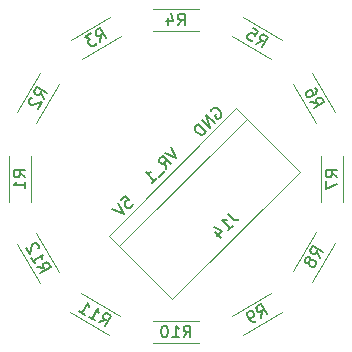
<source format=gbr>
%TF.GenerationSoftware,KiCad,Pcbnew,7.0.6*%
%TF.CreationDate,2023-09-19T17:09:16+08:00*%
%TF.ProjectId,Control Panel Selector Switch Board,436f6e74-726f-46c2-9050-616e656c2053,rev?*%
%TF.SameCoordinates,Original*%
%TF.FileFunction,Legend,Bot*%
%TF.FilePolarity,Positive*%
%FSLAX46Y46*%
G04 Gerber Fmt 4.6, Leading zero omitted, Abs format (unit mm)*
G04 Created by KiCad (PCBNEW 7.0.6) date 2023-09-19 17:09:16*
%MOMM*%
%LPD*%
G01*
G04 APERTURE LIST*
%ADD10C,0.150000*%
%ADD11C,0.120000*%
G04 APERTURE END LIST*
D10*
X14303717Y-12545965D02*
X14775122Y-13488774D01*
X14775122Y-13488774D02*
X13832313Y-13017369D01*
X13899656Y-14364239D02*
X13798641Y-13791819D01*
X14303717Y-13960178D02*
X13596610Y-13253071D01*
X13596610Y-13253071D02*
X13327236Y-13522445D01*
X13327236Y-13522445D02*
X13293565Y-13623461D01*
X13293565Y-13623461D02*
X13293565Y-13690804D01*
X13293565Y-13690804D02*
X13327236Y-13791819D01*
X13327236Y-13791819D02*
X13428252Y-13892835D01*
X13428252Y-13892835D02*
X13529267Y-13926506D01*
X13529267Y-13926506D02*
X13596610Y-13926506D01*
X13596610Y-13926506D02*
X13697626Y-13892835D01*
X13697626Y-13892835D02*
X13967000Y-13623461D01*
X13832313Y-14566270D02*
X13293565Y-15105018D01*
X12687473Y-15576422D02*
X13091534Y-15172361D01*
X12889503Y-15374392D02*
X12182397Y-14667285D01*
X12182397Y-14667285D02*
X12350755Y-14700957D01*
X12350755Y-14700957D02*
X12485442Y-14700957D01*
X12485442Y-14700957D02*
X12586458Y-14667285D01*
X17675984Y-9495041D02*
X17709656Y-9394026D01*
X17709656Y-9394026D02*
X17810671Y-9293010D01*
X17810671Y-9293010D02*
X17945358Y-9225667D01*
X17945358Y-9225667D02*
X18080046Y-9225667D01*
X18080046Y-9225667D02*
X18181061Y-9259339D01*
X18181061Y-9259339D02*
X18349420Y-9360354D01*
X18349420Y-9360354D02*
X18450435Y-9461369D01*
X18450435Y-9461369D02*
X18551450Y-9629728D01*
X18551450Y-9629728D02*
X18585122Y-9730743D01*
X18585122Y-9730743D02*
X18585122Y-9865430D01*
X18585122Y-9865430D02*
X18517778Y-10000117D01*
X18517778Y-10000117D02*
X18450435Y-10067461D01*
X18450435Y-10067461D02*
X18315748Y-10134804D01*
X18315748Y-10134804D02*
X18248404Y-10134804D01*
X18248404Y-10134804D02*
X18012702Y-9899102D01*
X18012702Y-9899102D02*
X18147389Y-9764415D01*
X18012702Y-10505193D02*
X17305595Y-9798087D01*
X17305595Y-9798087D02*
X17608641Y-10909254D01*
X17608641Y-10909254D02*
X16901534Y-10202148D01*
X17271924Y-11245972D02*
X16564817Y-10538865D01*
X16564817Y-10538865D02*
X16396458Y-10707224D01*
X16396458Y-10707224D02*
X16329114Y-10841911D01*
X16329114Y-10841911D02*
X16329114Y-10976598D01*
X16329114Y-10976598D02*
X16362786Y-11077613D01*
X16362786Y-11077613D02*
X16463801Y-11245972D01*
X16463801Y-11245972D02*
X16564817Y-11346987D01*
X16564817Y-11346987D02*
X16733175Y-11448002D01*
X16733175Y-11448002D02*
X16834191Y-11481674D01*
X16834191Y-11481674D02*
X16968878Y-11481674D01*
X16968878Y-11481674D02*
X17103565Y-11414331D01*
X17103565Y-11414331D02*
X17271924Y-11245972D01*
X10055984Y-17047697D02*
X10392702Y-16710980D01*
X10392702Y-16710980D02*
X10763091Y-17014026D01*
X10763091Y-17014026D02*
X10695748Y-17014026D01*
X10695748Y-17014026D02*
X10594733Y-17047697D01*
X10594733Y-17047697D02*
X10426374Y-17216056D01*
X10426374Y-17216056D02*
X10392702Y-17317071D01*
X10392702Y-17317071D02*
X10392702Y-17384415D01*
X10392702Y-17384415D02*
X10426374Y-17485430D01*
X10426374Y-17485430D02*
X10594733Y-17653789D01*
X10594733Y-17653789D02*
X10695748Y-17687461D01*
X10695748Y-17687461D02*
X10763091Y-17687461D01*
X10763091Y-17687461D02*
X10864107Y-17653789D01*
X10864107Y-17653789D02*
X11032465Y-17485430D01*
X11032465Y-17485430D02*
X11066137Y-17384415D01*
X11066137Y-17384415D02*
X11066137Y-17317071D01*
X9820282Y-17283400D02*
X10291687Y-18226209D01*
X10291687Y-18226209D02*
X9348878Y-17754804D01*
X1978819Y-15073333D02*
X1502628Y-14740000D01*
X1978819Y-14501905D02*
X978819Y-14501905D01*
X978819Y-14501905D02*
X978819Y-14882857D01*
X978819Y-14882857D02*
X1026438Y-14978095D01*
X1026438Y-14978095D02*
X1074057Y-15025714D01*
X1074057Y-15025714D02*
X1169295Y-15073333D01*
X1169295Y-15073333D02*
X1312152Y-15073333D01*
X1312152Y-15073333D02*
X1407390Y-15025714D01*
X1407390Y-15025714D02*
X1455009Y-14978095D01*
X1455009Y-14978095D02*
X1502628Y-14882857D01*
X1502628Y-14882857D02*
X1502628Y-14501905D01*
X1978819Y-16025714D02*
X1978819Y-15454286D01*
X1978819Y-15740000D02*
X978819Y-15740000D01*
X978819Y-15740000D02*
X1121676Y-15644762D01*
X1121676Y-15644762D02*
X1216914Y-15549524D01*
X1216914Y-15549524D02*
X1264533Y-15454286D01*
X3525217Y-8465072D02*
X3279491Y-7938301D01*
X3810932Y-7970200D02*
X2944906Y-7470200D01*
X2944906Y-7470200D02*
X2754430Y-7800115D01*
X2754430Y-7800115D02*
X2748050Y-7906403D01*
X2748050Y-7906403D02*
X2765480Y-7971452D01*
X2765480Y-7971452D02*
X2824149Y-8060310D01*
X2824149Y-8060310D02*
X2947867Y-8131739D01*
X2947867Y-8131739D02*
X3054155Y-8138118D01*
X3054155Y-8138118D02*
X3119204Y-8120688D01*
X3119204Y-8120688D02*
X3208062Y-8062019D01*
X3208062Y-8062019D02*
X3398539Y-7732105D01*
X2551194Y-8342605D02*
X2486146Y-8360035D01*
X2486146Y-8360035D02*
X2397287Y-8418704D01*
X2397287Y-8418704D02*
X2278240Y-8624901D01*
X2278240Y-8624901D02*
X2271860Y-8731189D01*
X2271860Y-8731189D02*
X2289290Y-8796238D01*
X2289290Y-8796238D02*
X2347959Y-8885096D01*
X2347959Y-8885096D02*
X2430437Y-8932715D01*
X2430437Y-8932715D02*
X2577965Y-8962904D01*
X2577965Y-8962904D02*
X3358551Y-8753747D01*
X3358551Y-8753747D02*
X3049027Y-9289858D01*
X8332041Y-3612551D02*
X8382621Y-3033492D01*
X8826913Y-3326837D02*
X8326913Y-2460812D01*
X8326913Y-2460812D02*
X7996998Y-2651288D01*
X7996998Y-2651288D02*
X7938329Y-2740146D01*
X7938329Y-2740146D02*
X7920900Y-2805195D01*
X7920900Y-2805195D02*
X7927279Y-2911483D01*
X7927279Y-2911483D02*
X7998708Y-3035201D01*
X7998708Y-3035201D02*
X8087566Y-3093870D01*
X8087566Y-3093870D02*
X8152615Y-3111300D01*
X8152615Y-3111300D02*
X8258903Y-3104920D01*
X8258903Y-3104920D02*
X8588818Y-2914444D01*
X7543366Y-2913193D02*
X7007255Y-3222716D01*
X7007255Y-3222716D02*
X7486406Y-3385964D01*
X7486406Y-3385964D02*
X7362688Y-3457393D01*
X7362688Y-3457393D02*
X7304019Y-3546251D01*
X7304019Y-3546251D02*
X7286590Y-3611300D01*
X7286590Y-3611300D02*
X7292969Y-3717588D01*
X7292969Y-3717588D02*
X7412017Y-3923785D01*
X7412017Y-3923785D02*
X7500875Y-3982454D01*
X7500875Y-3982454D02*
X7565924Y-3999883D01*
X7565924Y-3999883D02*
X7672212Y-3993504D01*
X7672212Y-3993504D02*
X7919648Y-3850646D01*
X7919648Y-3850646D02*
X7978317Y-3761788D01*
X7978317Y-3761788D02*
X7995747Y-3696739D01*
X14898666Y-2232819D02*
X15231999Y-1756628D01*
X15470094Y-2232819D02*
X15470094Y-1232819D01*
X15470094Y-1232819D02*
X15089142Y-1232819D01*
X15089142Y-1232819D02*
X14993904Y-1280438D01*
X14993904Y-1280438D02*
X14946285Y-1328057D01*
X14946285Y-1328057D02*
X14898666Y-1423295D01*
X14898666Y-1423295D02*
X14898666Y-1566152D01*
X14898666Y-1566152D02*
X14946285Y-1661390D01*
X14946285Y-1661390D02*
X14993904Y-1709009D01*
X14993904Y-1709009D02*
X15089142Y-1756628D01*
X15089142Y-1756628D02*
X15470094Y-1756628D01*
X14041523Y-1566152D02*
X14041523Y-2232819D01*
X14279618Y-1185200D02*
X14517713Y-1899485D01*
X14517713Y-1899485D02*
X13898666Y-1899485D01*
X21506927Y-3779217D02*
X22033698Y-3533491D01*
X22001799Y-4064932D02*
X22501799Y-3198906D01*
X22501799Y-3198906D02*
X22171884Y-3008430D01*
X22171884Y-3008430D02*
X22065596Y-3002050D01*
X22065596Y-3002050D02*
X22000547Y-3019480D01*
X22000547Y-3019480D02*
X21911689Y-3078149D01*
X21911689Y-3078149D02*
X21840260Y-3201867D01*
X21840260Y-3201867D02*
X21833881Y-3308155D01*
X21833881Y-3308155D02*
X21851311Y-3373204D01*
X21851311Y-3373204D02*
X21909980Y-3462062D01*
X21909980Y-3462062D02*
X22239894Y-3652539D01*
X21223380Y-2460811D02*
X21635773Y-2698906D01*
X21635773Y-2698906D02*
X21438917Y-3135109D01*
X21438917Y-3135109D02*
X21421488Y-3070060D01*
X21421488Y-3070060D02*
X21362819Y-2981202D01*
X21362819Y-2981202D02*
X21156622Y-2862154D01*
X21156622Y-2862154D02*
X21050334Y-2855774D01*
X21050334Y-2855774D02*
X20985285Y-2873204D01*
X20985285Y-2873204D02*
X20896427Y-2931873D01*
X20896427Y-2931873D02*
X20777379Y-3138070D01*
X20777379Y-3138070D02*
X20770999Y-3244358D01*
X20770999Y-3244358D02*
X20788429Y-3309407D01*
X20788429Y-3309407D02*
X20847098Y-3398265D01*
X20847098Y-3398265D02*
X21053295Y-3517313D01*
X21053295Y-3517313D02*
X21159583Y-3523692D01*
X21159583Y-3523692D02*
X21224632Y-3506263D01*
X26105448Y-8753746D02*
X26684507Y-8804326D01*
X26391162Y-9248618D02*
X27257187Y-8748618D01*
X27257187Y-8748618D02*
X27066711Y-8418703D01*
X27066711Y-8418703D02*
X26977853Y-8360034D01*
X26977853Y-8360034D02*
X26912804Y-8342605D01*
X26912804Y-8342605D02*
X26806516Y-8348984D01*
X26806516Y-8348984D02*
X26682798Y-8420413D01*
X26682798Y-8420413D02*
X26624129Y-8509271D01*
X26624129Y-8509271D02*
X26606699Y-8574320D01*
X26606699Y-8574320D02*
X26613079Y-8680608D01*
X26613079Y-8680608D02*
X26803555Y-9010523D01*
X26542902Y-7511439D02*
X26638140Y-7676396D01*
X26638140Y-7676396D02*
X26644520Y-7782684D01*
X26644520Y-7782684D02*
X26627090Y-7847733D01*
X26627090Y-7847733D02*
X26550991Y-8001640D01*
X26550991Y-8001640D02*
X26409843Y-8138117D01*
X26409843Y-8138117D02*
X26079929Y-8328594D01*
X26079929Y-8328594D02*
X25973641Y-8334973D01*
X25973641Y-8334973D02*
X25908592Y-8317544D01*
X25908592Y-8317544D02*
X25819733Y-8258875D01*
X25819733Y-8258875D02*
X25724495Y-8093917D01*
X25724495Y-8093917D02*
X25718116Y-7987629D01*
X25718116Y-7987629D02*
X25735545Y-7922580D01*
X25735545Y-7922580D02*
X25794214Y-7833722D01*
X25794214Y-7833722D02*
X26000411Y-7714674D01*
X26000411Y-7714674D02*
X26106699Y-7708295D01*
X26106699Y-7708295D02*
X26171748Y-7725724D01*
X26171748Y-7725724D02*
X26260606Y-7784393D01*
X26260606Y-7784393D02*
X26355844Y-7949351D01*
X26355844Y-7949351D02*
X26362224Y-8055639D01*
X26362224Y-8055639D02*
X26344794Y-8120688D01*
X26344794Y-8120688D02*
X26286125Y-8209546D01*
X28394819Y-15073333D02*
X27918628Y-14740000D01*
X28394819Y-14501905D02*
X27394819Y-14501905D01*
X27394819Y-14501905D02*
X27394819Y-14882857D01*
X27394819Y-14882857D02*
X27442438Y-14978095D01*
X27442438Y-14978095D02*
X27490057Y-15025714D01*
X27490057Y-15025714D02*
X27585295Y-15073333D01*
X27585295Y-15073333D02*
X27728152Y-15073333D01*
X27728152Y-15073333D02*
X27823390Y-15025714D01*
X27823390Y-15025714D02*
X27871009Y-14978095D01*
X27871009Y-14978095D02*
X27918628Y-14882857D01*
X27918628Y-14882857D02*
X27918628Y-14501905D01*
X27394819Y-15406667D02*
X27394819Y-16073333D01*
X27394819Y-16073333D02*
X28394819Y-15644762D01*
X26893217Y-21927072D02*
X26647491Y-21400301D01*
X27178932Y-21432200D02*
X26312906Y-20932200D01*
X26312906Y-20932200D02*
X26122430Y-21262115D01*
X26122430Y-21262115D02*
X26116050Y-21368403D01*
X26116050Y-21368403D02*
X26133480Y-21433452D01*
X26133480Y-21433452D02*
X26192149Y-21522310D01*
X26192149Y-21522310D02*
X26315867Y-21593739D01*
X26315867Y-21593739D02*
X26422155Y-21600118D01*
X26422155Y-21600118D02*
X26487204Y-21582688D01*
X26487204Y-21582688D02*
X26576062Y-21524019D01*
X26576062Y-21524019D02*
X26766539Y-21194105D01*
X26112631Y-22136229D02*
X26119011Y-22029941D01*
X26119011Y-22029941D02*
X26101581Y-21964892D01*
X26101581Y-21964892D02*
X26042912Y-21876034D01*
X26042912Y-21876034D02*
X26001673Y-21852224D01*
X26001673Y-21852224D02*
X25895385Y-21845845D01*
X25895385Y-21845845D02*
X25830336Y-21863274D01*
X25830336Y-21863274D02*
X25741478Y-21921944D01*
X25741478Y-21921944D02*
X25646240Y-22086901D01*
X25646240Y-22086901D02*
X25639860Y-22193189D01*
X25639860Y-22193189D02*
X25657290Y-22258238D01*
X25657290Y-22258238D02*
X25715959Y-22347096D01*
X25715959Y-22347096D02*
X25757198Y-22370906D01*
X25757198Y-22370906D02*
X25863486Y-22377285D01*
X25863486Y-22377285D02*
X25928535Y-22359856D01*
X25928535Y-22359856D02*
X26017393Y-22301186D01*
X26017393Y-22301186D02*
X26112631Y-22136229D01*
X26112631Y-22136229D02*
X26201490Y-22077560D01*
X26201490Y-22077560D02*
X26266539Y-22060130D01*
X26266539Y-22060130D02*
X26372827Y-22066510D01*
X26372827Y-22066510D02*
X26537784Y-22161748D01*
X26537784Y-22161748D02*
X26596453Y-22250607D01*
X26596453Y-22250607D02*
X26613883Y-22315655D01*
X26613883Y-22315655D02*
X26607503Y-22421944D01*
X26607503Y-22421944D02*
X26512265Y-22586901D01*
X26512265Y-22586901D02*
X26423407Y-22645570D01*
X26423407Y-22645570D02*
X26358358Y-22663000D01*
X26358358Y-22663000D02*
X26252070Y-22656620D01*
X26252070Y-22656620D02*
X26087113Y-22561382D01*
X26087113Y-22561382D02*
X26028443Y-22472523D01*
X26028443Y-22472523D02*
X26011014Y-22407475D01*
X26011014Y-22407475D02*
X26017393Y-22301186D01*
X21961746Y-26980551D02*
X22012326Y-26401492D01*
X22456618Y-26694837D02*
X21956618Y-25828812D01*
X21956618Y-25828812D02*
X21626703Y-26019288D01*
X21626703Y-26019288D02*
X21568034Y-26108146D01*
X21568034Y-26108146D02*
X21550605Y-26173195D01*
X21550605Y-26173195D02*
X21556984Y-26279483D01*
X21556984Y-26279483D02*
X21628413Y-26403201D01*
X21628413Y-26403201D02*
X21717271Y-26461870D01*
X21717271Y-26461870D02*
X21782320Y-26479300D01*
X21782320Y-26479300D02*
X21888608Y-26472920D01*
X21888608Y-26472920D02*
X22218523Y-26282444D01*
X21549353Y-27218646D02*
X21384396Y-27313885D01*
X21384396Y-27313885D02*
X21278108Y-27320264D01*
X21278108Y-27320264D02*
X21213059Y-27302835D01*
X21213059Y-27302835D02*
X21059152Y-27226736D01*
X21059152Y-27226736D02*
X20922674Y-27085588D01*
X20922674Y-27085588D02*
X20732198Y-26755674D01*
X20732198Y-26755674D02*
X20725818Y-26649385D01*
X20725818Y-26649385D02*
X20743248Y-26584337D01*
X20743248Y-26584337D02*
X20801917Y-26495478D01*
X20801917Y-26495478D02*
X20966875Y-26400240D01*
X20966875Y-26400240D02*
X21073163Y-26393860D01*
X21073163Y-26393860D02*
X21138211Y-26411290D01*
X21138211Y-26411290D02*
X21227070Y-26469959D01*
X21227070Y-26469959D02*
X21346117Y-26676156D01*
X21346117Y-26676156D02*
X21352497Y-26782444D01*
X21352497Y-26782444D02*
X21335067Y-26847493D01*
X21335067Y-26847493D02*
X21276398Y-26936351D01*
X21276398Y-26936351D02*
X21111441Y-27031589D01*
X21111441Y-27031589D02*
X21005153Y-27037969D01*
X21005153Y-27037969D02*
X20940104Y-27020539D01*
X20940104Y-27020539D02*
X20851246Y-26961870D01*
X15374857Y-28648819D02*
X15708190Y-28172628D01*
X15946285Y-28648819D02*
X15946285Y-27648819D01*
X15946285Y-27648819D02*
X15565333Y-27648819D01*
X15565333Y-27648819D02*
X15470095Y-27696438D01*
X15470095Y-27696438D02*
X15422476Y-27744057D01*
X15422476Y-27744057D02*
X15374857Y-27839295D01*
X15374857Y-27839295D02*
X15374857Y-27982152D01*
X15374857Y-27982152D02*
X15422476Y-28077390D01*
X15422476Y-28077390D02*
X15470095Y-28125009D01*
X15470095Y-28125009D02*
X15565333Y-28172628D01*
X15565333Y-28172628D02*
X15946285Y-28172628D01*
X14422476Y-28648819D02*
X14993904Y-28648819D01*
X14708190Y-28648819D02*
X14708190Y-27648819D01*
X14708190Y-27648819D02*
X14803428Y-27791676D01*
X14803428Y-27791676D02*
X14898666Y-27886914D01*
X14898666Y-27886914D02*
X14993904Y-27934533D01*
X13803428Y-27648819D02*
X13708190Y-27648819D01*
X13708190Y-27648819D02*
X13612952Y-27696438D01*
X13612952Y-27696438D02*
X13565333Y-27744057D01*
X13565333Y-27744057D02*
X13517714Y-27839295D01*
X13517714Y-27839295D02*
X13470095Y-28029771D01*
X13470095Y-28029771D02*
X13470095Y-28267866D01*
X13470095Y-28267866D02*
X13517714Y-28458342D01*
X13517714Y-28458342D02*
X13565333Y-28553580D01*
X13565333Y-28553580D02*
X13612952Y-28601200D01*
X13612952Y-28601200D02*
X13708190Y-28648819D01*
X13708190Y-28648819D02*
X13803428Y-28648819D01*
X13803428Y-28648819D02*
X13898666Y-28601200D01*
X13898666Y-28601200D02*
X13946285Y-28553580D01*
X13946285Y-28553580D02*
X13993904Y-28458342D01*
X13993904Y-28458342D02*
X14041523Y-28267866D01*
X14041523Y-28267866D02*
X14041523Y-28029771D01*
X14041523Y-28029771D02*
X13993904Y-27839295D01*
X13993904Y-27839295D02*
X13946285Y-27744057D01*
X13946285Y-27744057D02*
X13898666Y-27696438D01*
X13898666Y-27696438D02*
X13803428Y-27648819D01*
X8203321Y-27385313D02*
X8730091Y-27139587D01*
X8698192Y-27671027D02*
X9198192Y-26805002D01*
X9198192Y-26805002D02*
X8868278Y-26614526D01*
X8868278Y-26614526D02*
X8761990Y-26608146D01*
X8761990Y-26608146D02*
X8696941Y-26625576D01*
X8696941Y-26625576D02*
X8608083Y-26684245D01*
X8608083Y-26684245D02*
X8536654Y-26807963D01*
X8536654Y-26807963D02*
X8530274Y-26914251D01*
X8530274Y-26914251D02*
X8547704Y-26979300D01*
X8547704Y-26979300D02*
X8606373Y-27068158D01*
X8606373Y-27068158D02*
X8936288Y-27258634D01*
X7378535Y-26909122D02*
X7873406Y-27194837D01*
X7625970Y-27051980D02*
X8125970Y-26185954D01*
X8125970Y-26185954D02*
X8137020Y-26357291D01*
X8137020Y-26357291D02*
X8171880Y-26487389D01*
X8171880Y-26487389D02*
X8230549Y-26576247D01*
X6553748Y-26432932D02*
X7048620Y-26718646D01*
X6801184Y-26575789D02*
X7301184Y-25709764D01*
X7301184Y-25709764D02*
X7312234Y-25881101D01*
X7312234Y-25881101D02*
X7347094Y-26011198D01*
X7347094Y-26011198D02*
X7405763Y-26100057D01*
X2975543Y-22714435D02*
X3554603Y-22765015D01*
X3261258Y-23209306D02*
X4127283Y-22709306D01*
X4127283Y-22709306D02*
X3936807Y-22379392D01*
X3936807Y-22379392D02*
X3847948Y-22320723D01*
X3847948Y-22320723D02*
X3782900Y-22303293D01*
X3782900Y-22303293D02*
X3676611Y-22309673D01*
X3676611Y-22309673D02*
X3552894Y-22381101D01*
X3552894Y-22381101D02*
X3494224Y-22469960D01*
X3494224Y-22469960D02*
X3476795Y-22535009D01*
X3476795Y-22535009D02*
X3483174Y-22641297D01*
X3483174Y-22641297D02*
X3673651Y-22971211D01*
X2499353Y-21889649D02*
X2785067Y-22384520D01*
X2642210Y-22137084D02*
X3508235Y-21637084D01*
X3508235Y-21637084D02*
X3432136Y-21790992D01*
X3432136Y-21790992D02*
X3397277Y-21921089D01*
X3397277Y-21921089D02*
X3403657Y-22027377D01*
X3092423Y-21107353D02*
X3109853Y-21042304D01*
X3109853Y-21042304D02*
X3103473Y-20936016D01*
X3103473Y-20936016D02*
X2984426Y-20729820D01*
X2984426Y-20729820D02*
X2895567Y-20671151D01*
X2895567Y-20671151D02*
X2830519Y-20653721D01*
X2830519Y-20653721D02*
X2724230Y-20660101D01*
X2724230Y-20660101D02*
X2641752Y-20707720D01*
X2641752Y-20707720D02*
X2541843Y-20820387D01*
X2541843Y-20820387D02*
X2332686Y-21600973D01*
X2332686Y-21600973D02*
X2023162Y-21064862D01*
X19115205Y-18173310D02*
X19620281Y-18678386D01*
X19620281Y-18678386D02*
X19754968Y-18745730D01*
X19754968Y-18745730D02*
X19889655Y-18745730D01*
X19889655Y-18745730D02*
X20024342Y-18678386D01*
X20024342Y-18678386D02*
X20091686Y-18611043D01*
X19115205Y-19587524D02*
X19519266Y-19183463D01*
X19317235Y-19385493D02*
X18610128Y-18678386D01*
X18610128Y-18678386D02*
X18778487Y-18712058D01*
X18778487Y-18712058D02*
X18913174Y-18712058D01*
X18913174Y-18712058D02*
X19014189Y-18678386D01*
X18037709Y-19722211D02*
X18509113Y-20193615D01*
X17936693Y-19284478D02*
X18610128Y-19621195D01*
X18610128Y-19621195D02*
X18172396Y-20058928D01*
D11*
%TO.C,R1*%
X2444000Y-17160000D02*
X2444000Y-13320000D01*
X604000Y-17160000D02*
X604000Y-13320000D01*
%TO.C,R2*%
X1291257Y-9584769D02*
X3211257Y-6259232D01*
X2884743Y-10504769D02*
X4804743Y-7179232D01*
%TO.C,R3*%
X5837527Y-3465257D02*
X9163064Y-1545257D01*
X6757527Y-5058743D02*
X10083064Y-3138743D01*
%TO.C,R4*%
X12812000Y-858000D02*
X16652000Y-858000D01*
X12812000Y-2698000D02*
X16652000Y-2698000D01*
%TO.C,R5*%
X20387232Y-1545257D02*
X23712769Y-3465257D01*
X19467232Y-3138743D02*
X22792769Y-5058743D01*
%TO.C,R6*%
X26252743Y-6259232D02*
X28172743Y-9584769D01*
X24659257Y-7179232D02*
X26579257Y-10504769D01*
%TO.C,R7*%
X28860000Y-13320000D02*
X28860000Y-17160000D01*
X27020000Y-13320000D02*
X27020000Y-17160000D01*
%TO.C,R8*%
X28172743Y-20641232D02*
X26252743Y-23966769D01*
X26579257Y-19721232D02*
X24659257Y-23046769D01*
%TO.C,R9*%
X22792769Y-24913257D02*
X19467232Y-26833257D01*
X23712769Y-26506743D02*
X20387232Y-28426743D01*
%TO.C,R10*%
X16652000Y-27274000D02*
X12812000Y-27274000D01*
X16652000Y-29114000D02*
X12812000Y-29114000D01*
%TO.C,R11*%
X9076769Y-28426743D02*
X5751232Y-26506743D01*
X9996769Y-26833257D02*
X6671232Y-24913257D01*
%TO.C,R12*%
X4804743Y-23133064D02*
X2884743Y-19807527D01*
X3211257Y-24053064D02*
X1291257Y-20727527D01*
%TO.C,J14*%
X19826312Y-9252949D02*
X25214466Y-14641103D01*
X14438159Y-25417410D02*
X25214466Y-14641103D01*
X9948031Y-20927282D02*
X20724338Y-10150975D01*
X9050005Y-20029256D02*
X19826312Y-9252949D01*
X9050005Y-20029256D02*
X14438159Y-25417410D01*
%TD*%
M02*

</source>
